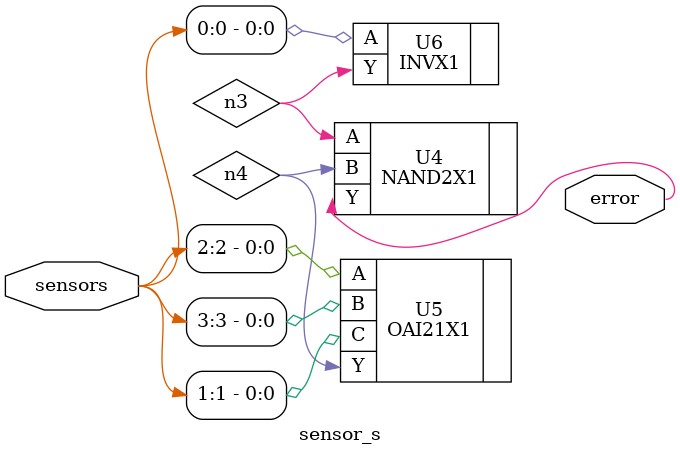
<source format=v>


module sensor_s ( sensors, error );
  input [3:0] sensors;
  output error;
  wire   n3, n4;

  NAND2X1 U4 ( .A(n3), .B(n4), .Y(error) );
  OAI21X1 U5 ( .A(sensors[2]), .B(sensors[3]), .C(sensors[1]), .Y(n4) );
  INVX1 U6 ( .A(sensors[0]), .Y(n3) );
endmodule


</source>
